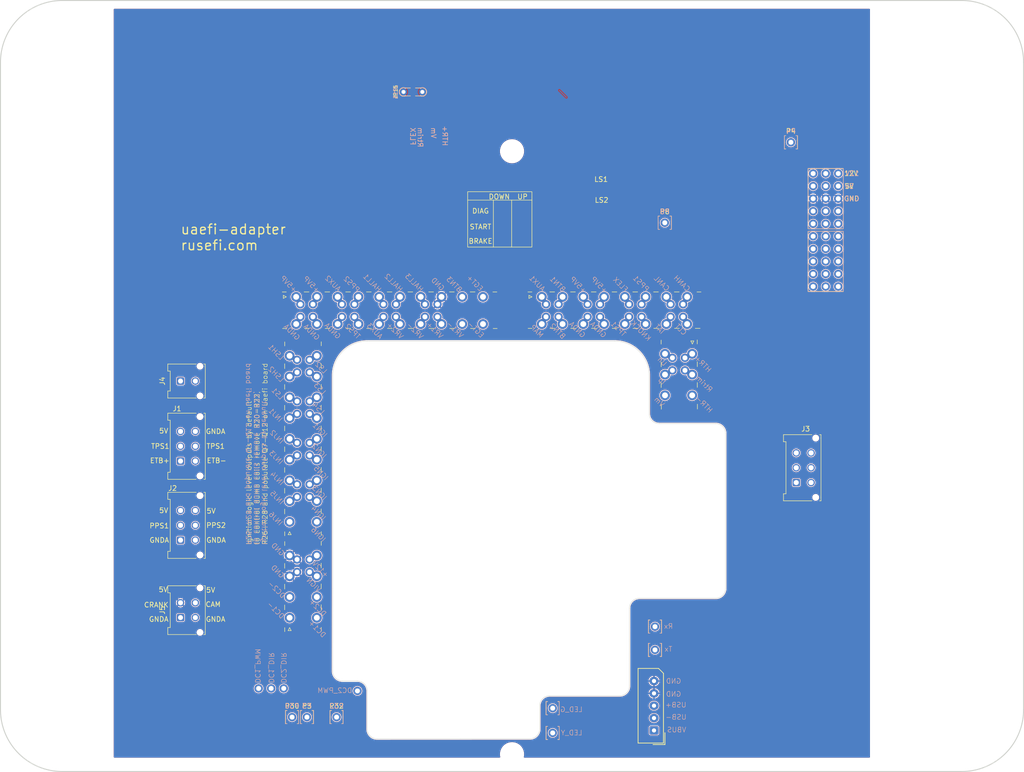
<source format=kicad_pcb>
(kicad_pcb (version 20221018) (generator pcbnew)
  (title_block (title "uaefi-adapter") (date "2024-03-06") (rev "a"))
  (layers (0 "F.Cu" signal) (31 "B.Cu" signal) (34 "B.Paste" user) (35 "F.Paste" user) (36 "B.SilkS" user "B.Silkscreen") (37 "F.SilkS" user "F.Silkscreen") (38 "B.Mask" user) (39 "F.Mask" user) (44 "Edge.Cuts" user))
  (net 0 "")
  (net 1 "/ETB_N")
  (net 2 "Net-(J3-Pin_1)")
  (net 3 "GND")
  (net 4 "/ETB_P")
  (net 5 "/DC2+")
  (net 6 "/CANH")
  (net 7 "/IN_VIGN")
  (net 8 "/CANL")
  (net 9 "+12V_RAW")
  (net 10 "Net-(J3-Pin_2)")
  (net 11 "/EGT+")
  (net 12 "/OUT_INJ4")
  (net 13 "Net-(J3-Pin_4)")
  (net 14 "/OUT_INJ3")
  (net 16 "/OUT_INJ2")
  (net 17 "Net-(J3-Pin_5)")
  (net 19 "/OUT_INJ1")
  (net 20 "/EGT-")
  (net 23 "/IN_CRANK_VR")
  (net 24 "/OUT_IGN4")
  (net 25 "/OUT_IGN3")
  (net 26 "/OUT_IGN2")
  (net 27 "/OUT_IGN1")
  (net 28 "/IN_CAM1_POS")
  (net 30 "+5VP")
  (net 31 "/IN_PPS2")
  (net 32 "GNDA")
  (net 33 "/IN_TPS2")
  (net 34 "/IN_FLEX")
  (net 35 "/IN_PPS1")
  (net 36 "/IN_MAP")
  (net 37 "/IN_HS_BRAKE")
  (net 38 "/IN_TPS1")
  (net 39 "/IN_KNOCK")
  (net 40 "/IN_IAT")
  (net 41 "/IN_CLT")
  (net 42 "/WBO_HTR+")
  (net 43 "/WBO_Rtrim")
  (net 44 "/WBO_HTR-")
  (net 45 "/WBO_Vs")
  (net 46 "/WBO_Ip")
  (net 47 "/WBO_Vm")
  (net 51 "Net-(G1-Pad1)")
  (net 52 "Net-(G1-Pad12)")
  (net 53 "Net-(G2-Pad1)")
  (net 54 "Net-(G2-Pad12)")
  (net 55 "Net-(G2-Pad13)")
  (net 56 "Net-(G2-Pad14)")
  (net 57 "Net-(G2-Pad10)")
  (net 62 "Net-(M1-DC1_DIR)")
  (net 63 "Net-(M1-DC2_DIR)")
  (net 64 "Net-(M1-DC1_PWM)")
  (net 65 "Net-(M1-DC2_PWM)")
  (net 66 "/OUT_INJ6")
  (net 67 "/OUT_INJ5")
  (net 68 "/AC RELAY")
  (net 69 "/Intake_Bypass_VSV1")
  (net 70 "/AUX3")
  (net 71 "/AUX1")
  (net 72 "/OUT_IGN6")
  (net 73 "/OUT_IGN5")
  (net 74 "/Wastegate_Control")
  (net 75 "/MAF")
  (net 76 "/Engine_Light")
  (net 77 "/OUT_FUEL_PUMP")
  (net 78 "/TACHO")
  (net 79 "/HALL3")
  (net 80 "/BTN3")
  (net 81 "/VR2+")
  (net 82 "/VR2-")
  (net 83 "/VR1+")
  (net 84 "/VR1-")
  (net 85 "/BUTTON1")
  (footprint "hellen-one-uaefi-0.2:uaefi" (layer "F.Cu") (at 149.199874 194.69)
    (fp_text reference "M1" hide)
    (fp_text value "Module:uaefi/0.2" hide)
    (fp_text user "USB-" (at 89.669757 -5.118288 unlocked) (layer "B.SilkS") (effects (font (thickness 0.1)) (justify left bottom mirror)))
    (fp_text user "EGT+" (at 47.798544 -91.670727 315 unlocked) (layer "B.SilkS") (effects (font (thickness 0.1)) (justify left bottom mirror)))
    (fp_text user "VR2-" (at 35.75 -82 315 unlocked) (layer "B.SilkS") (effects (font (thickness 0.1)) (justify left bottom mirror)))
    (fp_text user "GND" (at 88.579267 -12.39891 unlocked) (layer "B.SilkS") (effects (font (thickness 0.1)) (justify left bottom mirror)))
    (fp_text user "LSH2" (at 7.519643 -73.277182 315 unlocked) (layer "B.SilkS") (effects (font (thickness 0.1)) (justify left bottom mirror)))
    (fp_text user "VR1-" (at 43.862554 -82.201891 315 unlocked) (layer "B.SilkS") (effects (font (thickness 0.1)) (justify left bottom mirror)))
    (fp_text user "GNDA" (at 72.75 -82.25 315 unlocked) (layer "B.SilkS") (effects (font (thickness 0.1)) (justify left bottom mirror)))
    (fp_text user "LED_G" (at 68.631715 -6.657803 unlocked) (layer "B.SilkS") (effects (font (thickness 0.1)) (justify left bottom mirror)))
    (fp_text user "BTN1" (at 64.5 -91.5 315 unlocked) (layer "B.SilkS") (effects (font (thickness 0.1)) (justify left bottom mirror)))
    (fp_text user "LS2" (at 16.25 -75 315 unlocked) (layer "B.SilkS") (effects (font (thickness 0.1)) (justify left bottom mirror)))
    (fp_text user "DC2_PWM" (at 22 -10.5 unlocked) (layer "B.SilkS") (effects (font (thickness 0.1)) (justify left bottom mirror)))
    (fp_text user "Tx" (at 86.796594 -18.876704 unlocked) (layer "B.SilkS") (effects (font (thickness 0.1)) (justify left bottom mirror)))
    (fp_text user "KNOCK" (at 81.8 -81.6 315 unlocked) (layer "B.SilkS") (effects (font (thickness 0.1)) (justify left bottom mirror)))
    (fp_text user "HALL3" (at 35.715147 -91.542435 315 unlocked) (layer "B.SilkS") (effects (font (thickness 0.1)) (justify left bottom mirror)))
    (fp_text user "FLEX" (at 77.126559 -91.511273 315 unlocked) (layer "B.SilkS") (effects (font (thickness 0.1)) (justify left bottom mirror)))
    (fp_text user "Rx" (at 86.924887 -23.495249 unlocked) (layer "B.SilkS") (effects (font (thickness 0.1)) (justify left bottom mirror)))
    (fp_text user "VIGN" (at 15 -30.8 315 unlocked) (layer "B.SilkS") (effects (font (thickness 0.1)) (justify left bottom mirror)))
    (fp_text user "LS4" (at 15.75 -66.75 315 unlocked) (layer "B.SilkS") (effects (font (thickness 0.1)) (justify left bottom mirror)))
    (fp_text user "GNDA" (at 68.5 -82.25 315 unlocked) (layer "B.SilkS") (effects (font (thickness 0.1)) (justify left bottom mirror)))
    (fp_text user "Vm" (at 84.5 -68.25 315 unlocked) (layer "B.SilkS") (effects (font (thickness 0.1)) (justify left bottom mirror)))
    (fp_text user "GND" (at 7.581711 -33.615964 315 unlocked) (layer "B.SilkS") (effects (font (thickness 0.1)) (justify left bottom mirror)))
    (fp_text user "AUX2" (at 19.037071 -91.638654 315 unlocked) (layer "B.SilkS") (effects (font (thickness 0.1)) (justify left bottom mirror)))
    (fp_text user "TPS1" (at 76.75 -82.5 315 unlocked) (layer "B.SilkS") (effects (font (thickness 0.1)) (justify left bottom mirror)))
    (fp_text user "PPS1" (at 81.417244 -91.568292 315 unlocked) (layer "B.SilkS") (effects (font (thickness 0.1)) (justify left bottom mirror)))
    (fp_text user "INJ3" (at 7.339634 -56.614525 315 unlocked) (layer "B.SilkS") (effects (font (thickness 0.1)) (justify left bottom mirror)))
    (fp_text user "IGN3" (at 16.2 -49.381676 315 unlocked) (layer "B.SilkS") (effects (font (thickness 0.1)) (justify left bottom mirror)))
    (fp_text user "GNDA" (at 10.75 -81.75 315 unlocked) (layer "B.SilkS") (effects (font (thickness 0.1)) (justify left bottom mirror)))
    (fp_text user "PPS2" (at 22.86 -91.44 315 unlocked) (layer "B.SilkS") (effects (font (thickness 0.1)) (justify left bottom mirror)))
    (fp_text user "CANL" (at 85.530571 -91.675203 315 unlocked) (layer "B.SilkS") (effects (font (thickness 0.1)) (justify left bottom mirror)))
    (fp_text user "EGT-" (at 48 -82.25 315 unlocked) (layer "B.SilkS") (effects (font (thickness 0.1)) (justify left bottom mirror)))
    (fp_text user "Rtrim" (at 94.25 -71.25 315 unlocked) (layer "B.SilkS") (effects (font (thickness 0.1)) (justify left bottom mirror)))
    (fp_text user "TPS2" (at 23 -82 315 unlocked) (layer "B.SilkS") (effects (font (thickness 0.1)) (justify left bottom mirror)))
    (fp_text user "GNDA" (at 19 -82 315 unlocked) (layer "B.SilkS") (effects (font (thickness 0.1)) (justify left bottom mirror)))
    (fp_text user "IGN6" (at 15.979563 -40.958141 315 unlocked) (layer "B.SilkS") (effects (font (thickness 0.1)) (justify left bottom mirror)))
    (fp_text user "IAT" (at 84.5 -83 315 unlocked) (layer "B.SilkS") (effects (font (thickness 0.1)) (justify left bottom mirror)))
    (fp_text user "HALL1" (at 27.215743 -91.510361 315 unlocked) (layer "B.SilkS") (effects (font (thickness 0.1)) (justify left bottom mirror)))
    (fp_text user "IGN4" (at 16 -45.3 315 unlocked) (layer "B.SilkS") (effects (font (thickness 0.1)) (justify left bottom mirror)))
    (fp_text user "Ip" (at 84.75 -72.75 315 unlocked) (layer "B.SilkS") (effects (font (thickness 0.1)) (justify left bottom mirror)))
    (fp_text user "GND" (at 7.62 -38.1 315 unlocked) (layer "B.SilkS") (effects (font (thickness 0.1)) (justify left bottom mirror)))
    (fp_text user "USB+" (at 89.637684 -7.587926 unlocked) (layer "B.SilkS") (effects (font (thickness 0.1)) (justify left bottom mirror)))
    (fp_text user "INJ2" (at 7.467927 -60.784044 315 unlocked) (layer "B.SilkS") (effects (font (thickness 0.1)) (justify left bottom mirror)))
    (fp_text user "VR1+" (at 39.743117 -82.09622 315 unlocked) (layer "B.SilkS") (effects (font (thickness 0.1)) (justify left bottom mirror)))
    (fp_text user "GND" (at 88.579267 -9.768905 unlocked) (layer "B.SilkS") (effects (font (thickness 0.1)) (justify left bottom mirror)))
    (fp_text user "CLT" (at 89 -82.75 315 unlocked) (layer "B.SilkS") (effects (font (thickness 0.1)) (justify left bottom mirror)))
    (fp_text user "MAP" (at 60 -82.25 315 unlocked) (layer "B.SilkS") (effects (font (thickness 0.1)) (justify left bottom mirror)))
    (fp_text user "DC1-" (at 7.62 -25.4 315 unlocked) (layer "B.SilkS") (effects (font (thickness 0.1)) (justify left bottom mirror)))
    (fp_text user "CANH" (at 89.70009 -91.589675 315 unlocked) (layer "B.SilkS") (effects (font (thickness 0.1)) (justify left bottom mirror)))
    (fp_text user "BTN3" (at 43.564878 -91.446215 315 unlocked) (layer "B.SilkS") (effects (font (thickness 0.1)) (justify left bottom mirror)))
    (fp_text user "IGN2" (at 16.154714 -57.849319 315 unlocked) (layer "B.SilkS") (effects (font (thickness 0.1)) (justify left bottom mirror)))
    (fp_text user "INJ4" (at 7.532073 -52.38086 315 unlocked) (layer "B.SilkS") (effects (font (thickness 0.1)) (justify left bottom mirror)))
    (fp_text user "DC1+" (at 16 -21.6 315 unlocked) (layer "B.SilkS") (effects (font (thickness 0.1)) (justify left bottom mirror)))
    (fp_text user "INJ6" (at 7.25 -44.25 315 unlocked) (layer "B.SilkS") (effects (font (thickness 0.1)) (justify left bottom mirror)))
    (fp_text user "DC1_DIR" (at 5 -12.5 270 unlocked) (layer "B.SilkS") (effects (font (thickness 0.1)) (justify left bottom mirror)))
    (fp_text user "HTR-" (at 94.243044 -67.084385 315 unlocked) (layer "B.SilkS") (effects (font (thickness 0.1)) (justify left bottom mirror)))
    (fp_text user "INJ5" (at 7.5 -48.5 315 unlocked) (layer "B.SilkS") (effects (font (thickness 0.1)) (justify left bottom mirror)))
    (fp_text user "+12V" (at 16.6 -33.75 315 unlocked) (layer "B.SilkS") (effects (font (thickness 0.1)) (justify left bottom mirror)))
    (fp_text user "BTN2" (at 64.5 -82 315 unlocked) (layer "B.SilkS") (effects (font (thickness 0.1)) (justify left bottom mirror)))
    (fp_text user "Ignition logic level outputs by default\nto control dumb coils remove R20-R22, \nR26-R28 and populate Q7-Q12 on uaefi board" (at 0.4 -40.5 -90 unlocked) (layer "B.SilkS") (effects (font (thickness 0.1)) (justify left bottom mirror)))
    (fp_text user "Un" (at 85 -76.5 315 unlocked) (layer "B.SilkS") (effects (font (thickness 0.1)) (justify left bottom mirror)))
    (fp_text user "VR2+" (at 31.7 -82 315 unlocked) (layer "B.SilkS") (effects (font (thickness 0.1)) (justify left bottom mirror)))
    (fp_text user "IGN1" (at 16.3 -62.1 315 unlocked) (layer "B.SilkS") (effects (font (thickness 0.1)) (justify left bottom mirror)))
    (fp_text user "GNDA" (at 14.75 -81.75 315 unlocked) (layer "B.SilkS") (effects (font (thickness 0.1)) (justify left bottom mirror)))
    (fp_text user "DC2-" (at 7.792796 -29.543281 315 unlocked) (layer "B.SilkS") (effects (font (thickness 0.1)) (justify left bottom mirror)))
    (fp_text user "+5VP" (at 14.778544 -91.353601 315 unlocked) (layer "B.SilkS") (effects (font (thickness 0.1)) (justify left bottom mirror)))
    (fp_text user "HTR+" (at 94 -75.25 315 unlocked) (layer "B.SilkS") (effects (font (thickness 0.1)) (justify left bottom mirror)))
    (fp_text user "GND" (at 39.986104 -91.760732 315 unlocked) (layer "B.SilkS") (effects (font (thickness 0.1)) (justify left bottom mirror)))
    (fp_text user "DC1_PWM" (at 2.25 -12.5 270 unlocked) (layer "B.SilkS") (effects (font (thickness 0.1)) (justify left bottom mirror)))
    (fp_text user "+5VP" (at 73 -91.25 315 unlocked) (layer "B.SilkS") (effects (font (thickness 0.1)) (justify left bottom mirror)))
    (fp_text user "AUX1" (at 60.358648 -91.639566 315 unlocked) (layer "B.SilkS") (effects (font (thickness 0.1)) (justify left bottom mirror)))
    (fp_text user "LSH1" (at 7.5 -77.75 315 unlocked) (layer "B.SilkS") (effects (font (thickness 0.1)) (justify left bottom mirror)))
    (fp_text user "HALL2" (at 31.545628 -91.542435 315 unlocked) (layer "B.SilkS") (effects (font (thickness 0.1)) (justify left bottom mirror)))
    (fp_text user "LS3" (at 16 -70.75 315 unlocked) (layer "B.SilkS") (effects (font (thickness 0.1)) (justify left bottom mirror)))
    (fp_text user "DC2+" (at 16.09622 -25.881776 315 unlocked) (layer "B.SilkS") (effects (font (thickness 0.1)) (justify left bottom mirror)))
    (fp_text user "INJ1" (at 7.211341 -65.210149 315 unlocked) (layer "B.SilkS") (effects (font (thickness 0.1)) (justify left bottom mirror)))
    (fp_text user "IGN5" (at 16.5 -53.4 315 unlocked) (layer "B.SilkS") (effects (font (thickness 0.1)) (justify left bottom mirror)))
    (fp_text user "+5VP" (at 10.16 -91.44 315 unlocked) (layer "B.SilkS") (effects (font (thickness 0.1)) (justify left bottom mirror)))
    (fp_text user "LS1" (at 7.45189 -69.717054 315 unlocked) (layer "B.SilkS") (effects (font (thickness 0.1)) (justify left bottom mirror)))
    (fp_text user "+5VP" (at 68.75 -91.25 315 unlocked) (layer "B.SilkS") (effects (font (thickness 0.1)) (justify left bottom mirror)))
    (fp_text user "LED_Y" (at 68.58 -1.943039 unlocked) (layer "B.SilkS") (effects (font (thickness 0.1)) (justify left bottom mirror)))
    (fp_text user "VBUS" (at 89.60561 -2.55243 unlocked) (layer "B.SilkS") (effects (font (thickness 0.1)) (justify left bottom mirror)))
    (fp_text user "AUX3" (at 27.5 -82 315 unlocked) (layer "B.SilkS") (effects (font (thickness 0.1)) (justify left bottom mirror)))
    (fp_text user "DC2_DIR" (at 7.5 -12.5 270 unlocked) (layer "B.SilkS") (effects (font (thickness 0.1)) (justify left bottom mirror)))
    (fp_text user "Ignition logic level outputs by default\nto control dumb coils remove R20-R22, \nR26-R28 and populate Q7-Q12 on uaefi board" (at 4.9 -40.5 90 unlocked) (layer "F.SilkS") (effects (font (thickness 0.1)) (justify left bottom)))
    (fp_line (start 18.012559 -31.737182) (end 18 -15) (stroke (width 0.1)) (layer "Edge.Cuts"))
    (fp_line (start 18.012559 -31.737182) (end 18.012562 -74.787438) (stroke (width 0.1)) (layer "Edge.Cuts"))
    (fp_line (start 20 -13) (end 23 -13) (stroke (width 0.1)) (layer "Edge.Cuts"))
    (fp_line (start 25 -11) (end 25 -3.287437) (stroke (width 0.1)) (layer "Edge.Cuts"))
    (fp_line (start 57.9 -1.3) (end 27 -1.287437) (stroke (width 0.1)) (layer "Edge.Cuts"))
    (fp_line (start 59.9 -3.3) (end 59.899911 -8.00008) (stroke (width 0.1)) (layer "Edge.Cuts"))
    (fp_line (start 61.899911 -10.00008) (end 76.060074 -9.999926) (stroke (width 0.1)) (layer "Edge.Cuts"))
    (fp_line (start 75.062815 -81.787437) (end 25.012563 -81.787437) (stroke (width 0.1)) (layer "Edge.Cuts"))
    (fp_line (start 78.062811 -27.73718) (end 78.060074 -11.999926) (stroke (width 0.1)) (layer "Edge.Cuts"))
    (fp_line (start 80.062811 -29.73718) (end 95.512563 -29.73718) (stroke (width 0.1)) (layer "Edge.Cuts"))
    (fp_line (start 82.062814 -74.787436) (end 82.062814 -67.087437) (stroke (width 0.1)) (layer "Edge.Cuts"))
    (fp_line (start 95.512563 -65.087437) (end 84.062814 -65.087437) (stroke (width 0.1)) (layer "Edge.Cuts"))
    (fp_line (start 97.512563 -31.73718) (end 97.512563 -63.087437) (stroke (width 0.1)) (layer "Edge.Cuts"))
    (fp_arc (start 18.012562 -74.787438) (mid 20.062814 -79.737186) (end 25.012563 -81.787437) (stroke (width 0.1)) (layer "Edge.Cuts"))
    (fp_arc (start 20 -13) (mid 18.585786 -13.585786) (end 18 -15) (stroke (width 0.1)) (layer "Edge.Cuts"))
    (fp_arc (start 23 -13) (mid 24.414214 -12.414214) (end 25 -11) (stroke (width 0.1)) (layer "Edge.Cuts"))
    (fp_arc (start 27 -1.287437) (mid 25.585777 -1.873212) (end 25 -3.287437) (stroke (width 0.1)) (layer "Edge.Cuts"))
    (fp_arc (start 59.899911 -8.00008) (mid 60.48572 -9.414273) (end 61.899911 -10.00008) (stroke (width 0.1)) (layer "Edge.Cuts"))
    (fp_arc (start 59.9 -3.3) (mid 59.314184 -1.885816) (end 57.9 -1.3) (stroke (width 0.1)) (layer "Edge.Cuts"))
    (fp_arc (start 75.062815 -81.787437) (mid 80.012603 -79.737224) (end 82.062814 -74.787436) (stroke (width 0.1)) (layer "Edge.Cuts"))
    (fp_arc (start 78.060074 -11.999926) (mid 77.474266 -10.585734) (end 76.060074 -9.999926) (stroke (width 0.1)) (layer "Edge.Cuts"))
    (fp_arc (start 78.062811 -27.73718) (mid 78.64862 -29.151373) (end 80.062811 -29.73718) (stroke (width 0.1)) (layer "Edge.Cuts"))
    (fp_arc (start 84.062814 -65.087437) (mid 82.648604 -65.673221) (end 82.062814 -67.087437) (stroke (width 0.1)) (layer "Edge.Cuts"))
    (fp_arc (start 95.512563 -65.087437) (mid 96.926749 -64.501631) (end 97.512563 -63.087437) (stroke (width 0.1)) (layer "Edge.Cuts"))
    (fp_arc (start 97.512563 -31.73718) (mid 96.926803 -30.322928) (end 95.512563 -29.73718) (stroke (width 0.1)) (layer "Edge.Cuts"))
    (pad "A1" thru_hole circle (at 9.300126 -25.8 90) (size 2 2) (drill 1.2) (layers "*.Cu" "*.Mask") (net 1 "/ETB_N"))
    (pad "A2" thru_hole circle (at 9.300126 -30 90) (size 2 2) (drill 1.2) (layers "*.Cu" "*.Mask"))
    (pad "A3" thru_hole circle (at 9.300126 -34.2 90) (size 2 2) (drill 1.2) (layers "*.Cu" "*.Mask") (net 3 "GND"))
    (pad "A3" thru_hole circle (at 10.800126 -35.05 180) (size 1.7 1.7) (drill 1) (layers "*.Cu" "*.Mask") (net 3 "GND"))
    (pad "A4" thru_hole circle (at 9.300126 -38.4 90) (size 2 2) (drill 1.2) (layers "*.Cu" "*.Mask") (net 3 "GND"))
    (pad "A4" thru_hole circle (at 10.800126 -37.59 180) (size 1.7 1.7) (drill 1) (layers "*.Cu" "*.Mask") (net 3 "GND"))
    (pad "A5" thru_hole circle (at 14.800126 -25.8 90) (size 2 2) (drill 1.2) (layers "*.Cu" "*.Mask") (net 4 "/ETB_P"))
    (pad "A6" thru_hole circle (at 14.800126 -30 90) (size 2 2) (drill 1.2) (layers "*.Cu" "*.Mask") (net 5 "/DC2+"))
    (pad "A7" thru_hole circle (at 13.340126 -35.05 180) (size 1.7 1.7) (drill 1) (layers "*.Cu" "*.Mask") (net 7 "/IN_VIGN"))
    (pad "A7" thru_hole circle (at 14.800126 -34.2 90) (size 2 2) (drill 1.2) (layers "*.Cu" "*.Mask") (net 7 "/IN_VIGN"))
    (pad "A8" thru_hole circle (at 13.340126 -37.59 180) (size 1.7 1.7) (drill 1) (layers "*.Cu" "*.Mask") (net 9 "+12V_RAW"))
    (pad "A8" thru_hole circle (at 14.800126 -38.4 90) (size 2 2) (drill 1.2) (layers "*.Cu" "*.Mask") (net 9 "+12V_RAW"))
    (pad "B1" thru_hole circle (at 9.300126 -45.2 90) (size 2 2) (drill 1.2) (layers "*.Cu" "*.Mask") (net 66 "/OUT_INJ6"))
    (pad "B2" thru_hole circle (at 9.300126 -49.4 90) (size 2 2) (drill 1.2) (layers "*.Cu" "*.Mask") (net 67 "/OUT_INJ5"))
    (pad "B2" thru_hole circle (at 10.800126 -50.25 180) (size 1.7 1.7) (drill 1) (layers "*.Cu" "*.Mask") (net 67 "/OUT_INJ5"))
    (pad "B3" thru_hole circle (at 9.300126 -53.6 90) (size 2 2) (drill 1.2) (layers "*.Cu" "*.Mask") (net 12 "/OUT_INJ4"))
    (pad "B3" thru_hole circle (at 10.800126 -52.79 180) (size 1.7 1.7) (drill 1) (layers "*.Cu" "*.Mask") (net 12 "/OUT_INJ4"))
    (pad "B4" thru_hole circle (at 9.300126 -57.8 90) (size 2 2) (drill 1.2) (layers "*.Cu" "*.Mask") (net 14 "/OUT_INJ3"))
    (pad "B4" thru_hole circle (at 10.800126 -58.65 180) (size 1.7 1.7) (drill 1) (layers "*.Cu" "*.Mask") (net 14 "/OUT_INJ3"))
    (pad "B5" thru_hole circle (at 9.300126 -62 90) (size 2 2) (drill 1.2) (layers "*.Cu" "*.Mask") (net 16 "/OUT_INJ2"))
    (pad "B5" thru_hole circle (at 10.800126 -61.19 180) (size 1.7 1.7) (drill 1) (layers "*.Cu" "*.Mask") (net 16 "/OUT_INJ2"))
    (pad "B6" thru_hole circle (at 9.300126 -66.2 90) (size 2 2) (drill 1.2) (layers "*.Cu" "*.Mask") (net 19 "/OUT_INJ1"))
    (pad "B6" thru_hole circle (at 10.800126 -67.05 180) (size 1.7 1.7) (drill 1) (layers "*.Cu" "*.Mask") (net 19 "/OUT_INJ1"))
    (pad "B7" thru_hole circle (at 9.300126 -70.4 90) (size 2 2) (drill 1.2) (layers "*.Cu" "*.Mask") (net 74 "/Wastegate_Control"))
    (pad "B7" thru_hole circle (at 10.800126 -69.59 180) (size 1.7 1.7) (drill 1) (layers "*.Cu" "*.Mask") (net 74 "/Wastegate_Control"))
    (pad "B8" thru_hole circle (at 9.300126 -74.6 90) (size 2 2) (drill 1.2) (layers "*.Cu" "*.Mask") (net 76 "/Engine_Light"))
    (pad "B8" thru_hole circle (at 10.800126 -75.45 180) (size 1.7 1.7) (drill 1) (layers "*.Cu" "*.Mask") (net 76 "/Engine_Light"))
    (pad "B9" thru_hole circle (at 9.300126 -78.8 90) (size 2 2) (drill 1.2) (layers "*.Cu" "*.Mask") (net 78 "/TACHO"))
    (pad "B9" thru_hole circle (at 10.800126 -77.99 180) (size 1.7 1.7) (drill 1) (layers "*.Cu" "*.Mask") (net 78 "/TACHO"))
    (pad "B10" thru_hole circle (at 14.800126 -45.2 90) (size 2 2) (drill 1.2) (layers "*.Cu" "*.Mask") (net 72 "/OUT_IGN6"))
    (pad "B11" thru_hole circle (at 13.340126 -50.25 180) (size 1.7 1.7) (drill 1) (layers "*.Cu" "*.Mask") (net 24 "/OUT_IGN4"))
    (pad "B11" thru_hole circle (at 14.800126 -49.4 90) (size 2 2) (drill 1.2) (layers "*.Cu" "*.Mask") (net 24 "/OUT_IGN4"))
    (pad "B12" thru_hole circle (at 13.340126 -52.79 180) (size 1.7 1.7) (drill 1) (layers "*.Cu" "*.Mask") (net 25 "/OUT_IGN3"))
    (pad "B12" thru_hole circle (at 14.800126 -53.6 90) (size 2 2) (drill 1.2) (layers "*.Cu" "*.Mask") (net 25 "/OUT_IGN3"))
    (pad "B13" thru_hole circle (at 13.340126 -58.65 180) (size 1.7 1.7) (drill 1) (layers "*.Cu" "*.Mask") (net 73 "/OUT_IGN5"))
    (pad "B13" thru_hole circle (at 14.800126 -57.8 90) (size 2 2) (drill 1.2) (layers "*.Cu" "*.Mask") (net 73 "/OUT_IGN5"))
    (pad "B14" thru_hole circle (at 13.340126 -61.19 180) (size 1.7 1.7) (drill 1) (layers "*.Cu" "*.Mask") (net 26 "/OUT_IGN2"))
    (pad "B14" thru_hole circle (at 14.800126 -62 90) (size 2 2) (drill 1.2) (layers "*.Cu" "*.Mask") (net 26 "/OUT_IGN2"))
    (pad "B15" thru_hole circle (at 13.340126 -67.05 180) (size 1.7 1.7) (drill 1) (layers "*.Cu" "*.Mask") (net 27 "/OUT_IGN1"))
    (pad "B15" thru_hole circle (at 14.800126 -66.2 90) (size 2 2) (drill 1.2) (layers "*.Cu" "*.Mask") (net 27 "/OUT_IGN1"))
    (pad "B16" thru_hole circle (at 13.340126 -69.59 180) (size 1.7 1.7) (drill 1) (layers "*.Cu" "*.Mask") (net 77 "/OUT_FUEL_PUMP"))
    (pad "B16" thru_hole circle (at 14.800126 -70.4 90) (size 2 2) (drill 1.2) (layers "*.Cu" "*.Mask") (net 77 "/OUT_FUEL_PUMP"))
    (pad "B17" thru_hole circle (at 13.340126 -75.45 180) (size 1.7 1.7) (drill 1) (layers "*.Cu" "*.Mask") (net 69 "/Intake_Bypass_VSV1"))
    (pad "B17" thru_hole circle (at 14.800126 -74.6 90) (size 2 2) (drill 1.2) (layers "*.Cu" "*.Mask") (net 69 "/Intake_Bypass_VSV1"))
    (pad "B18" thru_hole circle (at 13.340126 -77.99 180) (size 1.7 1.7) (drill 1) (layers "*.Cu" "*.Mask") (net 68 "/AC RELAY"))
    (pad "B18" thru_hole circle (at 14.800126 -78.8 90) (size 2 2) (drill 1.2) (layers "*.Cu" "*.Mask") (net 68 "/AC RELAY"))
    (pad "C1" thru_hole circle (at 10.625126 -90.725 90) (size 2 2) (drill 1.2) (layers "*.Cu" "*.Mask") (net 30 "+5VP"))
    (pad "C1" thru_hole circle (at 11.475126 -89.225 90) (size 1.7 1.7) (drill 1) (layers "*.Cu" "*.Mask") (net 30 "+5VP"))
    (pad "C2" thru_hole circle (at 14.015126 -89.225 90) (size 1.7 1.7) (drill 1) (layers "*.Cu" "*.Mask") (net 30 "+5VP"))
    (pad "C2" thru_hole circle (at 14.825126 -90.725 90) (size 2 2) (drill 1.2) (layers "*.Cu" "*.Mask") (net 30 "+5VP"))
    (pad "C3" thru_hole circle (at 19.025126 -90.725 90) (size 2 2) (drill 1.2) (layers "*.Cu" "*.Mask") (net 75 "/MAF"))
    (pad "C3" thru_hole circle (at 19.875126 -89.225 90) (size 1.7 1.7) (drill 1) (layers "*.Cu" "*.Mask") (net 75 "/MAF"))
    (pad "C4" thru_hole circle (at 22.415126 -89.225 90) (size 1.7 1.7) (drill 1) (layers "*.Cu" "*.Mask") (net 31 "/IN_PPS2"))
    (pad "C4" thru_hole circle (at 23.225126 -90.725 90) (size 2 2) (drill 1.2) (layers "*.Cu" "*.Mask") (net 31 "/IN_PPS2"))
    (pad "C5" thru_hole circle (at 27.425126 -90.725 90) (size 2 2) (drill 1.2) (layers "*.Cu" "*.Mask") (net 23 "/IN_CRANK_VR"))
    (pad "C5" thru_hole circle (at 28.275126 -89.225 90) (size 1.7 1.7) (drill 1) (layers "*.Cu" "*.Mask") (net 23 "/IN_CRANK_VR"))
    (pad "C6" thru_hole circle (at 30.815126 -89.225 90) (size 1.7 1.7) (drill 1) (layers "*.Cu" "*.Mask") (net 28 "/IN_CAM1_POS"))
    (pad "C6" thru_hole circle (at 31.625126 -90.725 90) (size 2 2) (drill 1.2) (layers "*.Cu" "*.Mask") (net 28 "/IN_CAM1_POS"))
    (pad "C7" thru_hole circle (at 35.825126 -90.725 90) (size 2 2) (drill 1.2) (layers "*.Cu" "*.Mask") (net 79 "/HALL3"))
    (pad "C7" thru_hole circle (at 36.675126 -89.225 90) (size 1.7 1.7) (drill 1) (layers "*.Cu" "*.Mask") (net 79 "/HALL3"))
    (pad "C8" thru_hole circle (at 39.215126 -89.225 90) (size 1.7 1.7) (drill 1) (layers "*.Cu" "*.Mask") (net 3 "GND"))
    (pad "C8" thru_hole circle (at 40.025126 -90.725 90) (size 2 2) (drill 1.2) (layers "*.Cu" "*.Mask") (net 3 "GND"))
    (pad "C9" thru_hole circle (at 44.225126 -90.725 90) (size 2 2) (drill 1.2) (layers "*.Cu" "*.Mask") (net 80 "/BTN3"))
    (pad "C10" thru_hole circle (at 48.425126 -90.725 90) (size 2 2) (drill 1.2) (layers "*.Cu" "*.Mask") (net 11 "/EGT+"))
    (pad "C11" thru_hole circle (at 10.625126 -85.225 90) (size 2 2) (drill 1.2) (layers "*.Cu" "*.Mask") (net 32 "GNDA"))
    (pad "C11" thru_hole circle (at 11.475126 -86.685 90) (size 1.7 1.7) (drill 1) (layers "*.Cu" "*.Mask") (net 32 "GNDA"))
    (pad "C12" thru_hole circle (at 14.015126 -86.685 90) (size 1.7 1.7) (drill 1) (layers "*.Cu" "*.Mask") (net 32 "GNDA"))
    (pad "C12" thru_hole circle (at 14.825126 -85.225 90) (size 2 2) (drill 1.2) (layers "*.Cu" "*.Mask") (net 32 "GNDA"))
    (pad "C13" thru_hole circle (at 19.025126 -85.225 90) (size 2 2) (drill 1.2) (layers "*.Cu" "*.Mask") (net 32 "GNDA"))
    (pad "C13" thru_hole circle (at 19.875126 -86.685 90) (size 1.7 1.7) (drill 1) (layers "*.Cu" "*.Mask") (net 32 "GNDA"))
    (pad "C14" thru_hole circle (at 22.415126 -86.685 90) (size 1.7 1.7) (drill 1) (layers "*.Cu" "*.Mask") (net 33 "/IN_TPS2"))
    (pad "C14" thru_hole circle (at 23.225126 -85.225 90) (size 2 2) (drill 1.2) (layers "*.Cu" "*.Mask") (net 33 "/IN_TPS2"))
    (pad "C15" thru_hole circle (at 27.425126 -85.225 90) (size 2 2) (drill 1.2) (layers "*.Cu" "*.Mask") (net 70 "/AUX3"))
    (pad "C15" thru_hole circle (at 28.275126 -86.685 90) (size 1.7 1.7) (drill 1) (layers "*.Cu" "*.Mask") (net 70 "/AUX3"))
    (pad "C16" thru_hole circle (at 30.815126 -86.685 90) (size 1.7 1.7) (drill 1) (layers "*.Cu" "*.Mask") (net 81 "/VR2+"))
    (pad "C16" thru_hole circle (at 31.625126 -85.225 90) (size 2 2) (drill 1.2) (layers "*.Cu" "*.Mask") (net 81 "/VR2+"))
    (pad "C17" thru_hole circle (at 35.825126 -85.225 90) (size 2 2) (drill 1.2) (layers "*.Cu" "*.Mask") (net 82 "/VR2-"))
    (pad "C17" thru_hole circle (at 36.675126 -86.685 90) (size 1.7 1.7) (drill 1) (layers "*.Cu" "*.Mask") (net 82 "/VR2-"))
    (pad "C18" thru_hole circle (at 39.215126 -86.685 90) (size 1.7 1.7) (drill 1) (layers "*.Cu" "*.Mask") (net 83 "/VR1+"))
    (pad "C18" thru_hole circle (at 40.025126 -85.225 90) (size 2 2) (drill 1.2) (layers "*.Cu" "*.Mask") (net 83 "/VR1+"))
    (pad "C19" thru_hole circle (at 44.225126 -85.225 90) (size 2 2) (drill 1.2) (layers "*.Cu" "*.Mask") (net 84 "/VR1-"))
    (pad "C20" thru_hole circle (at 48.425126 -85.225 90) (size 2 2) (drill 1.2) (layers "*.Cu" "*.Mask") (net 20 "/EGT-"))
    (pad "D1" thru_hole circle (at 60.325126 -90.725 90) (size 2 2) (drill 1.2) (layers "*.Cu" "*.Mask") (net 71 "/AUX1"))
    (pad "D1" thru_hole circle (at 61.175126 -89.225 90) (size 1.7 1.7) (drill 1) (layers "*.Cu" "*.Mask") (net 71 "/AUX1"))
    (pad "D2" thru_hole circle (at 63.715126 -89.225 90) (size 1.7 1.7) (drill 1) (layers "*.Cu" "*.Mask") (net 85 "/BUTTON1"))
    (pad "D2" thru_hole circle (at 64.525126 -90.725 90) (size 2 2) (drill 1.2) (layers "*.Cu" "*.Mask") (net 85 "/BUTTON1"))
    (pad "D3" thru_hole circle (at 68.725126 -90.725 90) (size 2 2) (drill 1.2) (layers "*.Cu" "*.Mask"))
    (pad "D3" thru_hole circle (at 69.575126 -89.225 90) (size 1.7 1.7) (drill 1) (layers "*.Cu" "*.Mask"))
    (pad "D4" thru_hole circle (at 72.115126 -89.225 90) (size 1.7 1.7) (drill 1) (layers "*.Cu" "*.Mask"))
    (pad "D4" thru_hole circle (at 72.925126 -90.725 90) (size 2 2) (drill 1.2) (layers "*.Cu" "*.Mask"))
    (pad "D5" thru_hole circle (at 77.125126 -90.725 90) (size 2 2) (drill 1.2) (layers "*.Cu" "*.Mask") (net 34 "/IN_FLEX"))
    (pad "D5" thru_hole circle (at 77.975126 -89.225 90) (size 1.7 1.7) (drill 1) (layers "*.Cu" "*.Mask") (net 34 "/IN_FLEX"))
    (pad "D6" thru_hole circle (at 80.515126 -89.225 90) (size 1.7 1.7) (drill 1) (layers "*.Cu" "*.Mask") (net 35 "/IN_PPS1"))
    (pad "D6" thru_hole circle (at 81.325126 -90.725 90) (size 2 2) (drill 1.2) (layers "*.Cu" "*.Mask") (net 35 "/IN_PPS1"))
    (pad "D7" thru_hole circle (at 85.525126 -90.725 90) (size 2 2) (drill 1.2) (layers "*.Cu" "*.Mask") (net 6 "/CANH"))
    (pad "D7" thru_hole circle (at 86.375126 -89.225 90) (size 1.7 1.7) (drill 1) (layers "*.Cu" "*.Mask") (net 6 "/CANH"))
    (pad "D8" thru_hole circle (at 88.915126 -89.225 90) (size 1.7 1.7) (drill 1) (layers "*.Cu" "*.Mask") (net 8 "/CANL"))
    (pad "D8" thru_hole circle (at 89.725126 -90.725 90) (size 2 2) (drill 1.2) (layers "*.Cu" "*.Mask") (net 8 "/CANL"))
    (pad "D9" thru_hole circle (at 60.325126 -85.225 90) (size 2 2) (drill 1.2) (layers "*.Cu" "*.Mask") (net 36 "/IN_MAP"))
    (pad "D9" thru_hole circle (at 61.175126 -86.685 90) (size 1.7 1.7) (drill 1) (layers "*.Cu" "*.Mask") (net 36 "/IN_MAP"))
    (pad "D10" thru_hole circle (at 63.715126 -86.685 90) (size 1.7 1.7) (drill 1) (layers "*.Cu" "*.Mask") (net 37 "/IN_HS_BRAKE"))
    (pad "D10" thru_hole circle (at 64.525126 -85.225 90) (size 2 2) (drill 1.2) (layers "*.Cu" "*.Mask") (net 37 "/IN_HS_BRAKE"))
    (pad "D11" thru_hole circle (at 68.725126 -85.225 90) (size 2 2) (drill 1.2) (layers "*.Cu" "*.Mask"))
    (pad "D11" thru_hole circle (at 69.575126 -86.685 90) (size 1.7 1.7) (drill 1) (layers "*.Cu" "*.Mask"))
    (pad "D12" thru_hole circle (at 72.115126 -86.685 90) (size 1.7 1.7) (drill 1) (layers "*.Cu" "*.Mask"))
    (pad "D12" thru_hole circle (at 72.925126 -85.225 90) (size 2 2) (drill 1.2) (layers "*.Cu" "*.Mask"))
    (pad "D13" thru_hole circle (at 77.125126 -85.225 90) (size 2 2) (drill 1.2) (layers "*.Cu" "*.Mask") (net 38 "/IN_TPS1"))
    (pad "D13" thru_hole circle (at 77.975126 -86.685 90) (size 1.7 1.7) (drill 1) (layers "*.Cu" "*.Mask") (net 38 "/IN_TPS1"))
    (pad "D14" thru_hole circle (at 80.515126 -86.685 90) (size 1.7 1.7) (drill 1) (layers "*.Cu" "*.Mask") (net 39 "/IN_KNOCK"))
    (pad "D14" thru_hole circle (at 81.325126 -85.225 90) (size 2 2) (drill 1.2) (layers "*.Cu" "*.Mask") (net 39 "/IN_KNOCK"))
    (pad "D15" thru_hole circle (at 85.525126 -85.225 90) (size 2 2) (drill 1.2) (layers "*.Cu" "*.Mask") (net 40 "/IN_IAT"))
    (pad "D15" thru_hole circle (at 86.375126 -86.685 90) (size 1.7 1.7) (drill 1) (layers "*.Cu" "*.Mask") (net 40 "/IN_IAT"))
    (pad "D16" thru_hole circle (at 88.915126 -86.685 90) (size 1.7 1.7) (drill 1) (layers "*.Cu" "*.Mask") (net 41 "/IN_CLT"))
    (pad "D16" thru_hole circle (at 89.725126 -85.225 90) (size 2 2) (drill 1.2) (layers "*.Cu" "*.Mask") (net 41 "/IN_CLT"))
    (pad "E1" thru_hole circle (at 89.290126 -78.39 180) (size 1.7 1.7) (drill 1) (layers "*.Cu" "*.Mask") (net 42 "/WBO_HTR+"))
    (pad "E1" thru_hole circle (at 90.750126 -79.2 90) (size 2 2) (drill 1.2) (layers "*.Cu" "*.Mask") (net 42 "/WBO_HTR+"))
    (pad "E2" thru_hole circle (at 89.290126 -75.85 180) (size 1.7 1.7) (drill 1) (layers "*.Cu" "*.Mask") (net 43 "/WBO_Rtrim"))
    (pad "E2" thru_hole circle (at 90.750126 -75 90) (size 2 2) (drill 1.2) (layers "*.Cu" "*.Mask") (net 43 "/WBO_Rtrim"))
    (pad "E3" thru_hole circle (at 90.750126 -70.8 90) (size 2 2) (drill 1.2) (layers "*.Cu" "*.Mask") (net 44 "/WBO_HTR-"))
    (pad "E4" thru_hole circle (at 85.250126 -79.2 90) (size 2 2) (drill 1.2) (layers "*.Cu" "*.Mask") (net 45 "/WBO_Vs"))
    (pad "E4" thru_hole circle (at 86.750126 -78.39 180) (size 1.7 1.7) (drill 1) (layers "*.Cu" "*.Mask") (net 45 "/WBO_Vs"))
    (pad "E5" thru_hole circle (at 85.250126 -75 90) (size 2 2) (drill 1.2) (layers "*.Cu" "*.Mask") (net 46 "/WBO_Ip"))
    (pad "E5" thru_hole circle (at 86.750126 -75.85 180) (size 1.7 1.7) (drill 1) (layers "*.Cu" "*.Mask") (net 46 "/WBO_Ip"))
    (pad "E6" thru_hole circle (at 85.250126 -70.8 90) (size 2 2) (drill 1.2) (layers "*.Cu" "*.Mask") (net 47 "/WBO_Vm"))
    (pad "J1" thru_hole roundrect (at 83.025126 -3 90) (size 1.7 1.85) (drill 0.85) (layers "*.Cu" "*.Mask") (roundrect_rratio 0.147059))
    (pad "J2" thru_hole oval (at 83.025126 -5.5 90) (size 1.7 1.85) (drill 0.85) (layers "*.Cu" "*.Mask"))
    (pad "J3" thru_hole oval (at 83.025126 -8 90) (size 1.7 1.85) (drill 0.85) (layers "*.Cu" "*.Mask"))
    (pad "J4" thru_hole oval (at 83.025126 -10.5 90) (size 1.7 1.85) (drill 0.85) (layers "*.Cu" "*.Mask") (net 3 "GND"))
    (pad "J5" thru_hole oval (at 83.025126 -13 90) (size 1.7 1.85) (drill 0.85) (layers "*.Cu" "*.Mask") (net 3 "GND"))
    (pad "P3" thru_hole circle (at 62.525126 -2.5) (size 1.7 1.7) (drill 1) (layers "*.Cu" "*.Mask") (net 13 "Net-(J3-Pin_4)"))
    (pad "P4" thru_hole circle (at 62.525126 -7.5) (size 1.7 1.7) (drill 1) (layers "*.Cu" "*.Mask") (net 2 "Net-(J3-Pin_1)"))
    (pad "P7" thru_hole circle (at 83.225126 -24) (size 1.7 1.7) (drill 1) (layers "*.Cu" "*.Mask") (net 10 "Net-(J3-Pin_2)"))
    (pad "P8" thru_hole circle (at 83.225126 -19.3) (size 1.7 1.7) (drill 1) (layers "*.Cu" "*.Mask") (net 17 "Net-(J3-Pin_5)"))
    (pad "P15" thru_hole circle (at 5.565126 -11.5) (size 1.7 1.7) (drill 1) (layers "*.Cu" "*.Mask") (net 62 "Net-(M1-DC1_DIR)"))
    (pad "P16" thru_hole circle (at 8.105126 -11.5) (size 1.7 1.7) (drill 1) (layers "*.Cu" "*.Mask") (net 63 "Net-(M1-DC2_DIR)"))
    (pad "P17" thru_hole circle (at 3.025126 -11.5) (size 1.7 1.7) (drill 1) (layers "*.Cu" "*.Mask") (net 64 "Net-(M1-DC1_PWM)"))
    (pad "P18" thru_hole circle (at 23.025126 -11) (size 1.7 1.7) (drill 1) (layers "*.Cu" "*.Mask") (net 65 "Net-(M1-DC2_PWM)"))
  )
  (footprint "clipboard:697a3d05-b630-44ae-930c-2c3686d0bcd4" (layer "F.Cu") (at 203.5 74.5)
    (fp_text reference "" (at 6.075 -8.19) (layer "F.SilkS") (effects (font (size 1.27 1.27))))
    (fp_text value "" (at 6.075 -8.19) (layer "F.SilkS") (effects (font (size 1.27 1.27))))
    (pad "" np_thru_hole circle locked (at 0 0) (size 4.5 4.5) (drill 4.5) (layers "*.Cu" "*.Mask"))
  )
  (footprint "clipboard:697a3d05-b630-44ae-930c-2c3686d0bcd4" (layer "F.Cu") (at 109.5 190)
    (fp_text reference "" (at 0 0) (layer "F.SilkS") (effects (font (size 1.27 1.27))))
    (fp_text value "" (at 0 0) (layer "F.SilkS") (effects (font (size 1.27 1.27))))
    (pad "" np_thru_hole circle locked (at 0 0) (size 4.5 4.5) (drill 4.5) (layers "*.Cu" "*.Mask"))
  )
  (footprint "Connector_Molex:Molex_Micro-Fit_3.0_43045-0212_2x01_P3.00mm_Vertical" (layer "F.Cu") (at 136.425 121 90)
    (fp_text reference "J4" (at 0 -3.67 90) (layer "F.SilkS"))
    (fp_text value "43045-0212")
    (pad "" np_thru_hole circle (at -3 3.94 90) (size 1 1) (drill 1) (layers "*.Cu" "*.Mask"))
    (pad "" np_thru_hole circle (at 3 3.94 90) (size 1 1) (drill 1) (layers "*.Cu" "*.Mask"))
    (pad "1" thru_hole roundrect (at 0 0 90) (size 1.5 1.5) (drill 1) (layers "*.Cu" "*.Mask") (roundrect_rratio 0.166667) (net 11 "/EGT+"))
    (pad "2" thru_hole circle (at 0 3 90) (size 1.5 1.5) (drill 1) (layers "*.Cu" "*.Mask") (net 20 "/EGT-"))
  )
  (footprint "clipboard:697a3d05-b630-44ae-930c-2c3686d0bcd4" (layer "F.Cu") (at 297.5 54 180)
    (fp_text reference "" (at 0 0) (layer "F.SilkS") (effects (font (size 1.27 1.27))))
    (fp_text value "" (at 0 0) (layer "F.SilkS") (effects (font (size 1.27 1.27))))
    (pad "" np_thru_hole circle locked (at 0 0 180) (size 4.5 4.5) (drill 4.5) (layers "*.Cu" "*.Mask"))
  )
  (footprint "kicad6-libraries:PAD-0805-PAD" (layer "F.Cu") (at 183.450001 62.5)
    (fp_text reference "JP15" (at -3.5 0 270) (layer "F.SilkS") (effects (font (size 0.762 0.762) (thickness 0.127))))
    (fp_text value "Jumper-Pad-Pad" hide)
    (fp_text user "${REFERENCE}" (at -3.5 0 90) (layer "B.SilkS") (effects (font (size 0.762 0.762) (thickness 0.127)) (justify mirror)))
    (pad "1" thru_hole circle (at -1.905 0) (size 1.524 1.524) (drill 0.8128) (layers "*.Cu" "*.Mask"))
    (pad "1" smd roundrect (at -0.950001 0) (size 1.000001 1.45) (layers "F.Cu" "F.Paste" "F.Mask") (roundrect_rratio 0.1))
    (pad "2" smd roundrect (at 0.950021 0) (size 1.000001 1.45) (layers "F.Cu" "F.Paste" "F.Mask") (roundrect_rratio 0.1))
    (pad "2" thru_hole circle (at 1.905 0) (size 1.524 1.524) (drill 0.8128) (layers "*.Cu" "*.Mask"))
  )
  (footprint "kicad6-libraries:PROTO_AREA" (layer "F.Cu") (at 269.505 91.71 -90)
    (fp_text reference "G2" hide)
    (fp_text value "PROTO_AREA" hide)
    (pad "1" thru_hole circle (at 0 0 270) (size 1.7 1.7) (drill 1) (layers "*.Cu" "*.Mask") (net 53 "Net-(G2-Pad1)"))
    (pad "2" thru_hole circle (at 2.54 0 270) (size 1.7 1.7) (drill 1) (layers "*.Cu" "*.Mask") (net 54 "Net-(G2-Pad12)"))
    (pad "3" thru_hole circle (at 5.08 0 270) (size 1.7 1.7) (drill 1) (layers "*.Cu" "*.Mask") (net 55 "Net-(G2-Pad13)"))
    (pad "4" thru_hole circle (at 7.62 0 270) (size 1.7 1.7) (drill 1) (layers "*.Cu" "*.Mask") (net 56 "Net-(G2-Pad14)"))
    (pad "5" thru_hole circle (at 10.16 0 270) (size 1.7 1.7) (drill 1) (layers "*.Cu" "*.Mask") (net 57 "Net-(G2-Pad10)"))
    (pad "6" thru_hole circle (at 0 2.54 270) (size 1.7 1.7) (drill 1) (layers "*.Cu" "*.Mask") (net 53 "Net-(G2-Pad1)"))
    (pad "7" thru_hole circle (at 2.54 2.54 270) (size 1.7 1.7) (drill 1) (layers "*.Cu" "*.Mask") (net 54 "Net-(G2-Pad12)"))
    (pad "8" thru_hole circle (at 5.08 2.54 270) (size 1.7 1.7) (drill 1) (layers "*.Cu" "*.Mask") (net 55 "Net-(G2-Pad13)"))
    (pad "9" thru_hole circle (at 7.62 2.54 270) (size 1.7 1.7) (drill 1) (layers "*.Cu" "*.Mask") (net 56 "Net-(G2-Pad14)"))
    (pad "10" thru_hole circle (at 10.16 2.54 270) (size 1.7 1.7) (drill 1) (layers "*.Cu" "*.Mask") (net 57 "Net-(G2-Pad10)"))
    (pad "11" thru_hole circle (at 0 5.08 270) (size 1.7 1.7) (drill 1) (layers "*.Cu" "*.Mask") (net 53 "Net-(G2-Pad1)"))
    (pad "12" thru_hole circle (at 2.54 5.08 270) (size 1.7 1.7) (drill 1) (layers "*.Cu" "*.Mask") (net 54 "Net-(G2-Pad12)"))
    (pad "13" thru_hole circle (at 5.08 5.08 270) (size 1.7 1.7) (drill 1) (layers "*.Cu" "*.Mask") (net 55 "Net-(G2-Pad13)"))
    (pad "14" thru_hole circle (at 7.62 5.08 270) (size 1.7 1.7) (drill 1) (layers "*.Cu" "*.Mask") (net 56 "Net-(G2-Pad14)"))
    (pad "15" thru_hole circle (at 10.16 5.08 270) (size 1.7 1.7) (drill 1) (layers "*.Cu" "*.Mask") (net 57 "Net-(G2-Pad10)"))
  )
  (footprint "kicad6-libraries:PAD-TH" (layer "F.Cu") (at 159 189)
    (fp_text reference "P30" (at 0 -2.25) (layer "F.SilkS"))
    (fp_text value "Pad" hide)
    (fp_text user "${REFERENCE}" (at 0 -2.25) (layer "B.SilkS") (effects (justify mirror)))
    (pad "1" thru_hole circle (at 0 0) (size 1.7 1.7) (drill 1) (layers "*.Cu" "*.Mask") (net 64 "Net-(M1-DC1_PWM)"))
  )
  (footprint "kicad6-libraries:PROTO_AREA" (layer "F.Cu") (at 264.425 89.17 90)
    (fp_text reference "G1" hide)
    (fp_text value "PROTO_AREA" hide)
    (pad "1" thru_hole circle (at 0 0 90) (size 1.7 1.7) (drill 1) (layers "*.Cu" "*.Mask") (net 51 "Net-(G1-Pad1)"))
    (pad "2" thru_hole circle (at 2.54 0 90) (size 1.7 1.7) (drill 1) (layers "*.Cu" "*.Mask") (net 52 "Net-(G1-Pad12)"))
    (pad "3" thru_hole circle (at 5.08 0 90) (size 1.7 1.7) (drill 1) (layers "*.Cu" "*.Mask") (net 3 "GND"))
    (pad "4" thru_hole circle (at 7.62 0 90) (size 1.7 1.7) (drill 1) (layers "*.Cu" "*.Mask") (net 30 "+5VP"))
    (pad "5" thru_hole circle (at 10.16 0 90) (size 1.7 1.7) (drill 1) (layers "*.Cu" "*.Mask") (net 9 "+12V_RAW"))
    (pad "6" thru_hole circle (at 0 2.54 90) (size 1.7 1.7) (drill 1) (layers "*.Cu" "*.Mask") (net 51 "Net-(G1-Pad1)"))
    (pad "7" thru_hole circle (at 2.54 2.54 90) (size 1.7 1.7) (drill 1) (layers "*.Cu" "*.Mask") (net 52 "Net-(G1-Pad12)"))
    (pad "8" thru_hole circle (at 5.08 2.54 90) (size 1.7 1.7) (drill 1) (layers "*.Cu" "*.Mask") (net 3 "GND"))
    (pad "9" thru_hole circle (at 7.62 2.54 90) (size 1.7 1.7) (drill 1) (layers "*.Cu" "*.Mask") (net 30 "+5VP"))
    (pad "10" thru_hole circle (at 10.16 2.54 90) (size 1.7 1.7) (drill 1) (layers "*.Cu" "*.Mask") (net 9 "+12V_RAW"))
    (pad "11" thru_hole circle (at 0 5.08 90) (size 1.7 1.7) (drill 1) (layers "*.Cu" "*.Mask") (net 51 "Net-(G1-Pad1)"))
    (pad "12" thru_hole circle (at 2.54 5.08 90) (size 1.7 1.7) (drill 1) (layers "*.Cu" "*.Mask") (net 52 "Net-(G1-Pad12)"))
    (pad "13" thru_hole circle (at 5.08 5.08 90) (size 1.7 1.7) (drill 1) (layers "*.Cu" "*.Mask") (net 3 "GND"))
    (pad "14" thru_hole circle (at 7.62 5.08 90) (size 1.7 1.7) (drill 1) (layers "*.Cu" "*.Mask") (net 30 "+5VP"))
    (pad "15" thru_hole circle (at 10.16 5.08 90) (size 1.7 1.7) (drill 1) (layers "*.Cu" "*.Mask") (net 9 "+12V_RAW"))
  )
  (footprint "Connector_Molex:Molex_Micro-Fit_3.0_43045-0612_2x03_P3.00mm_Vertical" (layer "F.Cu") (at 261.005 141.54 90)
    (fp_text reference "J3" (at 10.85 1.9 180) (layer "F.SilkS"))
    (fp_text value "43045-0612")
    (pad "" np_thru_hole circle (at -3 3.94 90) (size 1.02 1.02) (drill 1.02) (layers "*.Cu" "*.Mask"))
    (pad "" np_thru_hole circle (at 9 3.94 90) (size 1.02 1.02) (drill 1.02) (layers "*.Cu" "*.Mask"))
    (pad "1" thru_hole roundrect (at 0 0 90) (size 1.5 1.5) (drill 1.02) (layers "*.Cu" "*.Mask") (roundrect_rratio 0.166667) (net 2 "Net-(J3-Pin_1)"))
    (pad "2" thru_hole circle (at 3 0 90) (size 1.5 1.5) (drill 1.02) (layers "*.Cu" "*.Mask") (net 10 "Net-(J3-Pin_2)"))
    (pad "3" thru_hole circle (at 6 0 90) (size 1.5 1.5) (drill 1.02) (layers "*.Cu" "*.Mask") (net 6 "/CANH"))
    (pad "4" thru_hole circle (at 0 3 90) (size 1.5 1.5) (drill 1.02) (layers "*.Cu" "*.Mask") (net 13 "Net-(J3-Pin_4)"))
    (pad "5" thru_hole circle (at 3 3 90) (size 1.5 1.5) (drill 1.02) (layers "*.Cu" "*.Mask") (net 17 "Net-(J3-Pin_5)"))
    (pad "6" thru_hole circle (at 6 3 90) (size 1.5 1.5) (drill 1.02) (layers "*.Cu" "*.Mask") (net 8 "/CANL"))
  )
  (footprint "clipboard:697a3d05-b630-44ae-930c-2c3686d0bcd4" (layer "F.Cu") (at 203.5 196.5)
    (fp_text reference "" (at 0 0) (layer "F.SilkS") (effects (font (size 1.27 1.27))))
    (fp_text value "" (at 0 0) (layer "F.SilkS") (effects (font (size 1.27 1.27))))
    (pad "" np_thru_hole circle locked (at 0 0) (size 4.5 4.5) (drill 4.5) (layers "*.Cu" "*.Mask"))
  )
  (footprint "clipboard:697a3d05-b630-44ae-930c-2c3686d0bcd4" (layer "F.Cu") (at 297.5 190 180)
    (fp_text reference "" (at 0 0) (layer "F.SilkS") (effects (font (size 1.27 1.27))))
    (fp_text value "" (at 0 0) (layer "F.SilkS") (effects (font (size 1.27 1.27))))
    (pad "" np_thru_hole circle locked (at 0 0 180) (size 4.5 4.5) (drill 4.5) (layers "*.Cu" "*.Mask"))
  )
  (footprint "kicad6-libraries:PAD-TH" (layer "F.Cu") (at 168 189)
    (fp_text reference "P32" (at 0 -2.25) (layer "F.SilkS"))
    (fp_text value "Pad" hide)
    (fp_text user "${REFERENCE}" (at 0 -2.25) (layer "B.SilkS") (effects (justify mirror)))
    (pad "1" thru_hole circle (at 0 0) (size 1.7 1.7) (drill 1) (layers "*.Cu" "*.Mask") (net 65 "Net-(M1-DC2_PWM)"))
  )
  (footprint "clipboard:697a3d05-b630-44ae-930c-2c3686d0bcd4" (layer "F.Cu") (at 109.5 54)
    (fp_text reference "" (at 0 0) (layer "F.SilkS") (effects (font (size 1.27 1.27))))
    (fp_text value "" (at 0 0) (layer "F.SilkS") (effects (font (size 1.27 1.27))))
    (pad "" np_thru_hole circle locked (at 0 0) (size 4.5 4.5) (drill 4.5) (layers "*.Cu" "*.Mask"))
  )
  (footprint "kicad6-libraries:PAD-TH" (layer "F.Cu") (at 259.925 72.69)
    (fp_text reference "P4" (at 0 -2.25) (layer "F.SilkS"))
    (fp_text value "Pad" hide)
    (fp_text user "${REFERENCE}" (at 0 -2.25) (layer "B.SilkS") (effects (justify mirror)))
    (pad "1" thru_hole circle (at 0 0) (size 1.7 1.7) (drill 1) (layers "*.Cu" "*.Mask") (net 62 "Net-(M1-DC1_DIR)"))
  )
  (footprint "Connector_Molex:Molex_Micro-Fit_3.0_43045-0412_2x02_P3.00mm_Vertical" (layer "F.Cu") (at 136.425 168.854214 90)
    (fp_text reference "J5" (at 1.5 -3.67 90) (layer "F.SilkS"))
    (fp_text value "43045-0412")
    (pad "" np_thru_hole circle (at -3 3.94 90) (size 1 1) (drill 1) (layers "*.Cu" "*.Mask"))
    (pad "" np_thru_hole circle (at 6 3.94 90) (size 1 1) (drill 1) (layers "*.Cu" "*.Mask"))
    (pad "1" thru_hole roundrect (at 0 0 90) (size 1.5 1.5) (drill 1) (layers "*.Cu" "*.Mask") (roundrect_rratio 0.166667) (net 34 "/IN_FLEX"))
    (pad "2" thru_hole circle (at 3 0 90) (size 1.5 1.5) (drill 1) (layers "*.Cu" "*.Mask") (net 3 "GND"))
    (pad "3" thru_hole circle (at 0 3 90) (size 1.5 1.5) (drill 1) (layers "*.Cu" "*.Mask") (net 9 "+12V_RAW"))
    (pad "4" thru_hole circle (at 3 3 90) (size 1.5 1.5) (drill 1) (layers "*.Cu" "*.Mask"))
  )
  (footprint "kicad6-libraries:PAD-TH" (layer "F.Cu") (at 234.405922 88.965838)
    (fp_text reference "P8" (at 0 -2.25) (layer "F.SilkS"))
    (fp_text value "Pad" hide)
    (fp_text user "${REFERENCE}" (at 0 -2.25) (layer "B.SilkS") (effects (justify mirror)))
    (pad "1" thru_hole circle (at 0 0) (size 1.7 1.7) (drill 1) (layers "*.Cu" "*.Mask") (net 63 "Net-(M1-DC2_DIR)"))
  )
  (footprint "Connector_Molex:Molex_Micro-Fit_3.0_43045-0612_2x03_P3.00mm_Vertical" (layer "F.Cu") (at 136.425 137.19 90)
    (fp_text reference "J1" (at 10.6 -0.7 180) (layer "F.SilkS"))
    (fp_text value "43045-0612")
    (pad "" np_thru_hole circle (at -3 3.94 90) (size 1.02 1.02) (drill 1.02) (layers "*.Cu" "*.Mask"))
    (pad "" np_thru_hole circle (at 9 3.94 90) (size 1.02 1.02) (drill 1.02) (layers "*.Cu" "*.Mask"))
    (pad "1" thru_hole roundrect (at 0 0 90) (size 1.5 1.5) (drill 1.02) (layers "*.Cu" "*.Mask") (roundrect_rratio 0.166667))
    (pad "2" thru_hole circle (at 3 0 90) (size 1.5 1.5) (drill 1.02) (layers "*.Cu" "*.Mask") (net 35 "/IN_PPS1"))
    (pad "3" thru_hole circle (at 6 0 90) (size 1.5 1.5) (drill 1.02) (layers "*.Cu" "*.Mask") (net 30 "+5VP"))
    (pad "4" thru_hole circle (at 0 3 90) (size 1.5 1.5) (drill 1.02) (layers "*.Cu" "*.Mask") (net 32 "GNDA"))
    (pad "5" thru_hole circle (at 3 3 90) (size 1.5 1.5) (drill 1.02) (layers "*.Cu" "*.Mask") (net 31 "/IN_PPS2"))
    (pad "6" thru_hole circle (at 6 3 90) (size 1.5 1.5) (drill 1.02) (layers "*.Cu" "*.Mask") (net 30 "+5VP"))
  )
  (footprint "kicad6-libraries:PAD-TH" (layer "F.Cu") (at 162 189)
    (fp_text reference "P3" (at 0 -2.25) (layer "F.SilkS"))
    (fp_text value "Pad" hide)
    (fp_text user "${REFERENCE}" (at 0 -2.25) (layer "B.SilkS") (effects (justify mirror)))
    (pad "1" thru_hole circle (at 0 0) (size 1.7 1.7) (drill 1) (layers "*.Cu" "*.Mask"))
  )
  (footprint "Connector_Molex:Molex_Micro-Fit_3.0_43045-0612_2x03_P3.00mm_Vertical" (layer "F.Cu") (at 136.425 153.19 90)
    (fp_text reference "J2" (at 10.5 -1.6 180) (layer "F.SilkS"))
    (fp_text value "43045-0612")
    (pad "" np_thru_hole circle (at -3 3.94 90) (size 1.02 1.02) (drill 1.02) (layers "*.Cu" "*.Mask"))
    (pad "" np_thru_hole circle (at 9 3.94 90) (size 1.02 1.02) (drill 1.02) (layers "*.Cu" "*.Mask"))
    (pad "1" thru_hole roundrect (at 0 0 90) (size 1.5 1.5) (drill 1.02) (layers "*.Cu" "*.Mask") (roundrect_rratio 0.166667) (net 4 "/ETB_P"))
    (pad "2" thru_hole circle (at 3 0 90) (size 1.5 1.5) (drill 1.02) (layers "*.Cu" "*.Mask") (net 38 "/IN_TPS1"))
    (pad "3" thru_hole circle (at 6 0 90) (size 1.5 1.5) (drill 1.02) (layers "*.Cu" "*.Mask") (net 30 "+5VP"))
    (pad "4" thru_hole circle (at 0 3 90) (size 1.5 1.5) (drill 1.02) (layers "*.Cu" "*.Mask") (net 1 "/ETB_N"))
    (pad "5" thru_hole circle (at 3 3 90) (size 1.5 1.5) (drill 1.02) (layers "*.Cu" "*.Mask") (net 33 "/IN_TPS2"))
    (pad "6" thru_hole circle (at 6 3 90) (size 1.5 1.5) (drill 1.02) (layers "*.Cu" "*.Mask") (net 32 "GNDA"))
  )
  (gr_line (start 207.525 84.39) (end 194.525 84.39) (stroke (width 0.12)) (layer "F.SilkS"))
  (gr_line (start 203.425 84.39) (end 203.425 93.89) (stroke (width 0.12)) (layer "F.SilkS"))
  (gr_rect (start 194.525 82.69) (end 207.525 93.89) (stroke (width 0.12)) (fill none) (layer "F.SilkS"))
  (gr_line (start 199.725 93.89) (end 199.725 84.39) (stroke (width 0.12)) (layer "F.SilkS"))
  (gr_arc locked (start 112.5 200) (mid 103.661166 196.338835) (end 100 187.5) (stroke (width 0.2)) (layer "Edge.Cuts"))
  (gr_arc locked (start 294.5 44) (mid 303.338834 47.661165) (end 307 56.5) (stroke (width 0.2)) (layer "Edge.Cuts"))
  (gr_line locked (start 100 187.5) (end 100 56.5) (stroke (width 0.2)) (layer "Edge.Cuts"))
  (gr_line locked (start 112.5 200) (end 294.5 200) (stroke (width 0.2)) (layer "Edge.Cuts"))
  (gr_arc locked (start 307 187.5) (mid 303.338835 196.338834) (end 294.5 200) (stroke (width 0.2)) (layer "Edge.Cuts"))
  (gr_arc locked (start 100 56.5) (mid 103.661165 47.661166) (end 112.5 44) (stroke (width 0.2)) (layer "Edge.Cuts"))
  (gr_line locked (start 307 187.5) (end 307 56.5) (stroke (width 0.2)) (layer "Edge.Cuts"))
  (gr_line (start 112.5 44) (end 294.5 44) (stroke (width 0.2)) (layer "Edge.Cuts"))
  (gr_text "Vm" (at 187.625 70.79 270) (layer "B.SilkS") (effects (font (size 1 1)) (justify mirror)))
  (gr_text "GND" (at 272.225 84.09) (layer "B.SilkS") (effects (font (size 1 1)) (justify mirror)))
  (gr_text "HTR+" (at 189.925 71.39 270) (layer "B.SilkS") (effects (font (size 1 1)) (justify mirror)))
  (gr_text "Rtrim" (at 184.925 71.69 270) (layer "B.SilkS") (effects (font (size 1 1)) (justify mirror)))
  (gr_text "5V" (at 271.725 81.59) (layer "B.SilkS") (effects (font (size 1 1)) (justify mirror)))
  (gr_text "12V" (at 272.325 78.99) (layer "B.SilkS") (effects (font (size 1 1)) (justify mirror)))
  (gr_text "FLEX" (at 183.425 71.49 270) (layer "B.SilkS") (effects (font (size 1 1)) (justify mirror)))
  (gr_text "5V" (at 142.525 163.29) (layer "F.SilkS") (effects (font (size 1 1))))
  (gr_text "PPS1" (at 132.125 150.29) (layer "F.SilkS") (effects (font (size 1 1))))
  (gr_text "GNDA" (at 143.625 153.19) (layer "F.SilkS") (effects (font (size 1 1))))
  (gr_text "BRAKE" (at 197.125 92.69) (layer "F.SilkS") (effects (font (size 1 1))))
  (gr_text "TPS1" (at 143.525 134.19) (layer "F.SilkS") (effects (font (size 1 1))))
  (gr_text "TPS1" (at 132.325 134.19) (layer "F.SilkS") (effects (font (size 1 1))))
  (gr_text "GNDA" (at 132.125 153.19) (layer "F.SilkS") (effects (font (size 1 1))))
  (gr_text "CRANK" (at 131.525 166.29) (layer "F.SilkS") (effects (font (size 1 1))))
  (gr_text "DOWN" (at 200.925 83.69) (layer "F.SilkS") (effects (font (size 1 1))))
  (gr_text "UP" (at 205.625 83.69) (layer "F.SilkS") (effects (font (size 1 1))))
  (gr_text "LS1" (at 221.525 80.19) (layer "F.SilkS") (effects (font (size 1 1))))
  (gr_text "5V" (at 133.025 147.19) (layer "F.SilkS") (effects (font (size 1 1))))
  (gr_text "GND" (at 272.225 84.09) (layer "F.SilkS") (effects (font (size 1 1))))
  (gr_text "CAM" (at 143.025 166.19) (layer "F.SilkS") (effects (font (size 1 1))))
  (gr_text "5V" (at 133.025 131.09) (layer "F.SilkS") (effects (font (size 1 1))))
  (gr_text "ETB-" (at 143.725 137.09) (layer "F.SilkS") (effects (font (size 1 1))))
  (gr_text "5V" (at 142.625 147.29) (layer "F.SilkS") (effects (font (size 1 1))))
  (gr_text "GNDA" (at 132.025 169.19) (layer "F.SilkS") (effects (font (size 1 1))))
  (gr_text "5V" (at 271.725 81.59) (layer "F.SilkS") (effects (font (size 1 1))))
  (gr_text "ETB+" (at 132.225 137.09) (layer "F.SilkS") (effects (font (size 1 1))))
  (gr_text "12V" (at 272.125 78.99) (layer "F.SilkS") (effects (font (size 1 1))))
  (gr_text "GNDA" (at 143.525 169.19) (layer "F.SilkS") (effects (font (size 1 1))))
  (gr_text "5V" (at 132.925 163.19) (layer "F.SilkS") (effects (font (size 1 1))))
  (gr_text "GNDA" (at 143.525 131.19) (layer "F.SilkS") (effects (font (size 1 1))))
  (gr_text "PPS2" (at 143.625 150.19) (layer "F.SilkS") (effects (font (size 1 1))))
  (gr_text "uaefi-adapter\nrusefi.com" (at 136.325 94.69) (layer "F.SilkS") (effects (font (size 2 2) (thickness 0.25)) (justify left bottom)))
  (gr_text "DIAG" (at 197.125 86.59) (layer "F.SilkS") (effects (font (size 1 1))))
  (gr_text "LS2" (at 221.625 84.39) (layer "F.SilkS") (effects (font (size 1 1))))
  (gr_text "START" (at 197.125 89.79) (layer "F.SilkS") (effects (font (size 1 1))))
  (segment (start 214.5 63.595) (end 213.078705 62.173705) (width 0.2) (layer "B.Cu") (net 0))
  (zone (net 3) (net_name "GND") (layers "F&B.Cu") (connect_pads (clearance 0)) (min_thickness 0.25) (fill yes (thermal_gap 0.2) (thermal_bridge_width 0.25))
    (polygon (pts (xy 122.925 45.69) (xy 275.925 45.69) (xy 275.925 197.19) (xy 122.925 197.19)))
  )
)
</source>
